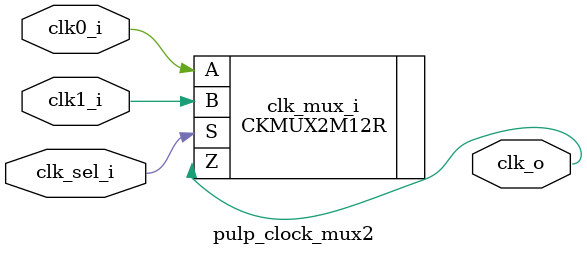
<source format=sv>


// Low VT
// CKMUX2M2W, CKMUX2M3W, CKMUX2M4W
// CKMUX2M6W, CKMUX2M8W
// CKMUX2M12W, CKMUX2M16WA

// High VT
// CKMUX2M2S, CKMUX2M3S, CKMUX2M4S
// CKMUX2M6S, CKMUX2M8S
// CKMUX2M12S, CKMUX2M16SA


module pulp_clock_mux2
(
    input  logic clk0_i,
    input  logic clk1_i,
    input  logic clk_sel_i,
    output logic clk_o
);

    CKMUX2M12R clk_mux_i
    (
        .A(clk0_i),
        .B(clk1_i),
        .S(clk_sel_i),
        .Z(clk_o)
    );

endmodule

</source>
